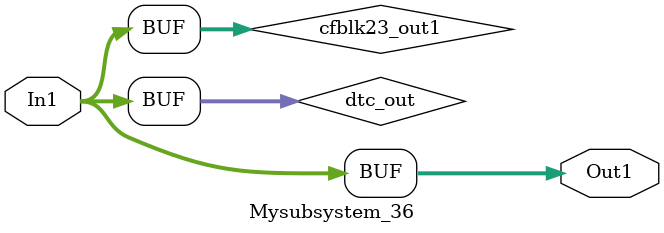
<source format=v>



`timescale 1 ns / 1 ns

module Mysubsystem_36
          (In1,
           Out1);


  input   [7:0] In1;  // uint8
  output  [7:0] Out1;  // uint8


  wire [7:0] dtc_out;  // ufix8
  wire [7:0] cfblk23_out1;  // uint8


  assign dtc_out = In1;



  assign cfblk23_out1 = dtc_out;



  assign Out1 = cfblk23_out1;

endmodule  // Mysubsystem_36


</source>
